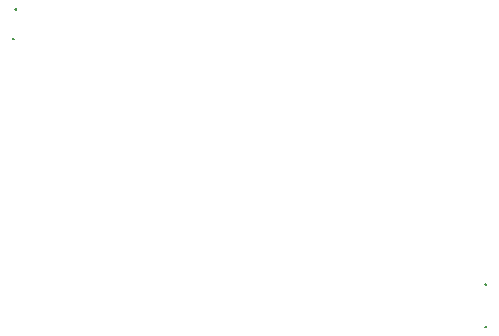
<source format=gbr>
%TF.GenerationSoftware,Altium Limited,Altium Designer,22.4.2 (48)*%
G04 Layer_Color=128*
%FSLAX26Y26*%
%MOIN*%
%TF.SameCoordinates,1C2CB1AA-ACBE-45DF-AC24-D873E68AE3FE*%
%TF.FilePolarity,Positive*%
%TF.FileFunction,Drillmap*%
%TF.Part,Single*%
G01*
G75*
%TA.AperFunction,NonConductor*%
%ADD196C,0.005000*%
D196*
X3871679Y4569883D02*
X3875616D01*
X3873648Y4567915D02*
Y4571852D01*
X3879921Y4669291D02*
X3883858D01*
X3881890Y4667323D02*
Y4671260D01*
X5446850Y3751968D02*
X5450787D01*
X5448819Y3750000D02*
Y3753937D01*
X5446850Y3610236D02*
X5450787D01*
X5448819Y3608268D02*
Y3612205D01*
%TF.MD5,bbbfc5302db107deaf0662828c429515*%
M02*

</source>
